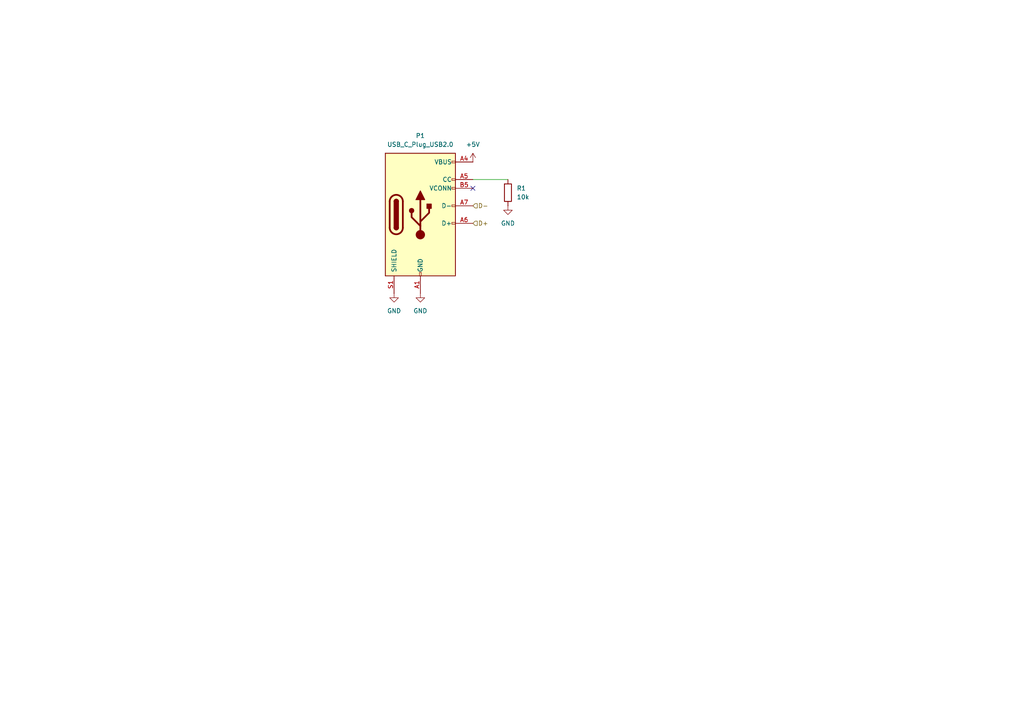
<source format=kicad_sch>
(kicad_sch (version 20250114) (generator "eeschema") (generator_version "9.0")
  (paper "A4")
  (lib_symbols
    (symbol "Connector:USB_C_Plug_USB2.0" (pin_names (offset 1.016))
      (property "Reference" "P" (at -10.16 19.05 0))
      (property "Value" "USB_C_Plug_USB2.0" (at 12.7 19.05 0))
      (symbol "USB_C_Plug_USB2.0_0_0"
        (rectangle (start -0.254 -17.78) (end 0.254 -16.764))
        (rectangle (start 10.16 15.494) (end 9.144 14.986))
        (rectangle (start 10.16 10.414) (end 9.144 9.906))
        (rectangle (start 10.16 7.874) (end 9.144 7.366))
        (rectangle (start 10.16 2.794) (end 9.144 2.286))
        (rectangle (start 10.16 -2.286) (end 9.144 -2.794))
      )
      (symbol "USB_C_Plug_USB2.0_0_1"
        (rectangle (start -10.16 17.78) (end 10.16 -17.78) (stroke (width 0.254)) (fill (type background)))
        (polyline (pts (xy -8.89 -3.81) (xy -8.89 3.81)) (stroke (width 0.508)))
        (rectangle (start -7.62 -3.81) (end -6.35 3.81) (stroke (width 0.254)) (fill (type outline)))
        (arc (start -7.62 3.81) (mid -6.985 4.4423) (end -6.35 3.81) (stroke (width 0.254)))
        (arc (start -7.62 3.81) (mid -6.985 4.4423) (end -6.35 3.81) (stroke (width 0.254)) (fill (type outline)))
        (arc (start -8.89 3.81) (mid -6.985 5.7067) (end -5.08 3.81) (stroke (width 0.508)))
        (arc (start -5.08 -3.81) (mid -6.985 -5.7067) (end -8.89 -3.81) (stroke (width 0.508)))
        (arc (start -6.35 -3.81) (mid -6.985 -4.4423) (end -7.62 -3.81) (stroke (width 0.254)))
        (arc (start -6.35 -3.81) (mid -6.985 -4.4423) (end -7.62 -3.81) (stroke (width 0.254)) (fill (type outline)))
        (polyline (pts (xy -5.08 3.81) (xy -5.08 -3.81)) (stroke (width 0.508)))
        (circle (center -2.54 1.143) (radius 0.635) (stroke (width 0.254)) (fill (type outline)))
        (polyline (pts (xy -1.27 4.318) (xy 0 6.858) (xy 1.27 4.318) (xy -1.27 4.318)) (stroke (width 0.254)) (fill (type outline)))
        (polyline (pts (xy 0 -2.032) (xy 2.54 0.508) (xy 2.54 1.778)) (stroke (width 0.508)))
        (polyline (pts (xy 0 -3.302) (xy -2.54 -0.762) (xy -2.54 0.508)) (stroke (width 0.508)))
        (polyline (pts (xy 0 -5.842) (xy 0 4.318)) (stroke (width 0.508)))
        (circle (center 0 -5.842) (radius 1.27) (fill (type outline)))
        (rectangle (start 1.905 1.778) (end 3.175 3.048) (stroke (width 0.254)) (fill (type outline)))
      )
      (symbol "USB_C_Plug_USB2.0_1_1"
        (pin passive line (at -7.62 -22.86 90) (length 5.08) (name "SHIELD") (number "S1"))
        (pin passive line (at 0 -22.86 90) (length 5.08) (name "GND") (number "A1"))
        (pin passive line (at 0 -22.86 90) (length 5.08) (hide yes) (name "GND") (number "A12"))
        (pin passive line (at 0 -22.86 90) (length 5.08) (hide yes) (name "GND") (number "B1"))
        (pin passive line (at 0 -22.86 90) (length 5.08) (hide yes) (name "GND") (number "B12"))
        (pin passive line (at 15.24 15.24 180) (length 5.08) (name "VBUS") (number "A4"))
        (pin passive line (at 15.24 15.24 180) (length 5.08) (hide yes) (name "VBUS") (number "A9"))
        (pin passive line (at 15.24 15.24 180) (length 5.08) (hide yes) (name "VBUS") (number "B4"))
        (pin passive line (at 15.24 15.24 180) (length 5.08) (hide yes) (name "VBUS") (number "B9"))
        (pin bidirectional line (at 15.24 10.16 180) (length 5.08) (name "CC") (number "A5"))
        (pin bidirectional line (at 15.24 7.62 180) (length 5.08) (name "VCONN") (number "B5"))
        (pin bidirectional line (at 15.24 2.54 180) (length 5.08) (name "D-") (number "A7"))
        (pin bidirectional line (at 15.24 -2.54 180) (length 5.08) (name "D+") (number "A6"))
      )
    )
    (symbol "Device:R" (pin_numbers (hide yes)) (pin_names (offset 0))
      (property "Reference" "R" (at 2.032 0 90))
      (property "Value" "R" (at 0 0 90))
      (symbol "R_0_1"
        (rectangle (start -1.016 -2.54) (end 1.016 2.54) (stroke (width 0.254)))
      )
      (symbol "R_1_1"
        (pin passive line (at 0 3.81 270) (length 1.27) (name "~") (number "1"))
        (pin passive line (at 0 -3.81 90) (length 1.27) (name "~") (number "2"))
      )
    )
    (symbol "power:+5V" (power) (pin_numbers (hide yes)) (pin_names (offset 0) (hide yes))
      (property "Value" "+5V" (at 0 3.556 0))
      (symbol "+5V_0_1"
        (polyline (pts (xy -0.762 1.27) (xy 0 2.54)))
        (polyline (pts (xy 0 2.54) (xy 0.762 1.27)))
        (polyline (pts (xy 0 0) (xy 0 2.54)))
      )
      (symbol "+5V_1_1"
        (pin power_in line (at 0 0 90) (length 0) (name "~") (number "1"))
      )
    )
    (symbol "power:GND" (power) (pin_numbers (hide yes)) (pin_names (offset 0) (hide yes))
      (property "Value" "GND" (at 0 -3.81 0))
      (symbol "GND_0_1"
        (polyline (pts (xy 0 0) (xy 0 -1.27) (xy 1.27 -1.27) (xy 0 -2.54) (xy -1.27 -1.27) (xy 0 -1.27)))
      )
      (symbol "GND_1_1"
        (pin power_in line (at 0 0 270) (length 0) (name "~") (number "1"))
      )
    )
  )
  (no_connect (at 137.16 54.61))
  (wire (pts (xy 137.16 52.07) (xy 147.32 52.07)))
  (hierarchical_label "D+" (shape input) (at 137.16 64.77 0))
  (hierarchical_label "D-" (shape input) (at 137.16 59.69 0))
  (symbol (lib_id "Connector:USB_C_Plug_USB2.0") (at 121.92 62.23 0) (unit 1)
    (property "Reference" "P1" (at 121.92 39.37 0))
    (property "Value" "USB_C_Plug_USB2.0" (at 121.92 41.91 0))
    (property "Datasheet" "https://www.usb.org/sites/default/files/documents/usb_type-c.zip" (effects (hide yes)))
    (property "Description" "USB 2.0-only Type-C Plug connector" (effects (hide yes)))
  )
  (symbol (lib_id "power:GND") (at 121.92 85.09 0) (mirror y) (unit 1)
    (property "Reference" "#PWR05" (effects (hide yes)))
    (property "Value" "GND" (at 121.92 90.17 0))
    (property "Description" "Power symbol creates a global label with name \"GND\" , ground" (effects (hide yes)))
  )
  (symbol (lib_id "power:+5V") (at 137.16 46.99 0) (unit 1)
    (property "Reference" "#PWR01" (effects (hide yes)))
    (property "Value" "+5V" (at 137.16 41.91 0))
    (property "Description" "Power symbol creates a global label with name \"+5V\"" (effects (hide yes)))
  )
  (symbol (lib_id "power:GND") (at 147.32 59.69 0) (mirror y) (unit 1)
    (property "Reference" "#PWR04" (effects (hide yes)))
    (property "Value" "GND" (at 147.32 64.77 0))
    (property "Description" "Power symbol creates a global label with name \"GND\" , ground" (effects (hide yes)))
  )
  (symbol (lib_id "Device:R") (at 147.32 55.88 0) (unit 1)
    (property "Reference" "R1" (at 149.86 54.6099 0) (effects (justify left)))
    (property "Value" "10k" (at 149.86 57.1499 0) (effects (justify left)))
    (property "Footprint" "Resistor_SMD:R_0603_1608Metric" (effects (hide yes)))
    (property "Description" "Resistor" (effects (hide yes)))
  )
  (symbol (lib_id "power:GND") (at 114.3 85.09 0) (mirror y) (unit 1)
    (property "Reference" "#PWR06" (effects (hide yes)))
    (property "Value" "GND" (at 114.3 90.17 0))
    (property "Description" "Power symbol creates a global label with name \"GND\" , ground" (effects (hide yes)))
  )
)
</source>
